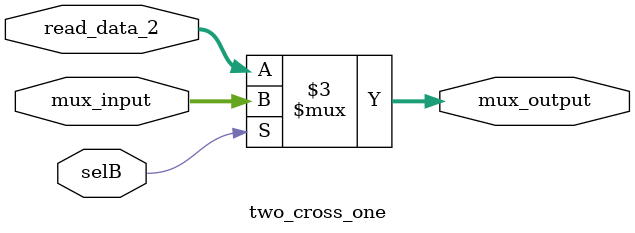
<source format=sv>
module two_cross_one (
    input logic [31:0] mux_input,
    input logic [31:0]read_data_2,
    input logic selB,
    output logic[31:0] mux_output
);
always_comb begin
    if (selB) begin
        mux_output=mux_input;
    end
    else begin
        mux_output=read_data_2;
    end   
end   
endmodule
</source>
